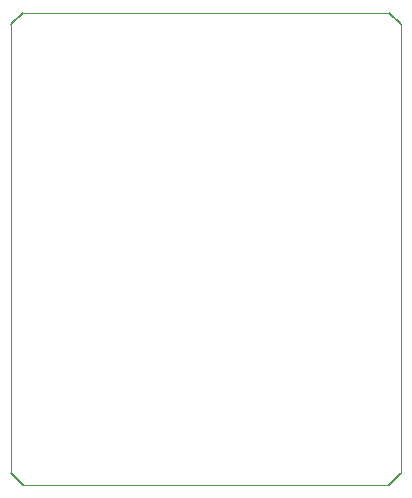
<source format=gm1>
%TF.GenerationSoftware,KiCad,Pcbnew,8.0.0*%
%TF.CreationDate,2024-05-28T16:54:30+09:00*%
%TF.ProjectId,TINY202_PROG.kicad_240516_single2_pcb,54494e59-3230-4325-9f50-524f472e6b69,rev?*%
%TF.SameCoordinates,Original*%
%TF.FileFunction,Profile,NP*%
%FSLAX46Y46*%
G04 Gerber Fmt 4.6, Leading zero omitted, Abs format (unit mm)*
G04 Created by KiCad (PCBNEW 8.0.0) date 2024-05-28 16:54:30*
%MOMM*%
%LPD*%
G01*
G04 APERTURE LIST*
%TA.AperFunction,Profile*%
%ADD10C,0.200000*%
%TD*%
%TA.AperFunction,Profile*%
%ADD11C,0.050000*%
%TD*%
G04 APERTURE END LIST*
D10*
X132000000Y-100000000D02*
X133000000Y-101000000D01*
X100000000Y-139000000D02*
X101000000Y-140000000D01*
D11*
X101000000Y-140000000D02*
X132000000Y-140000000D01*
X133000000Y-101000000D02*
X133000000Y-139000000D01*
X101000000Y-100000000D02*
X132000000Y-100000000D01*
D10*
X100000000Y-101000000D02*
X101000000Y-100000000D01*
D11*
X100000000Y-101000000D02*
X100000000Y-139000000D01*
D10*
X133000000Y-139000000D02*
X132000000Y-140000000D01*
M02*

</source>
